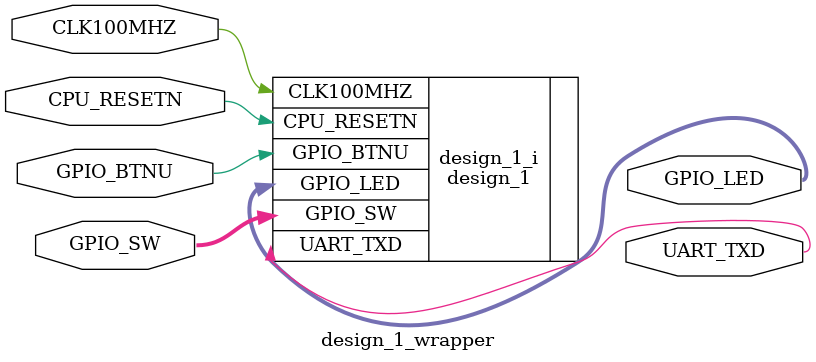
<source format=v>
`timescale 1 ps / 1 ps

module design_1_wrapper
   (CLK100MHZ,
    CPU_RESETN,
    GPIO_BTNU,
    GPIO_LED,
    GPIO_SW,
    UART_TXD);
  input CLK100MHZ;
  input CPU_RESETN;
  input GPIO_BTNU;
  output [3:0]GPIO_LED;
  input [3:0]GPIO_SW;
  output UART_TXD;

  wire CLK100MHZ;
  wire CPU_RESETN;
  wire GPIO_BTNU;
  wire [3:0]GPIO_LED;
  wire [3:0]GPIO_SW;
  wire UART_TXD;

  design_1 design_1_i
       (.CLK100MHZ(CLK100MHZ),
        .CPU_RESETN(CPU_RESETN),
        .GPIO_BTNU(GPIO_BTNU),
        .GPIO_LED(GPIO_LED),
        .GPIO_SW(GPIO_SW),
        .UART_TXD(UART_TXD));
endmodule

</source>
